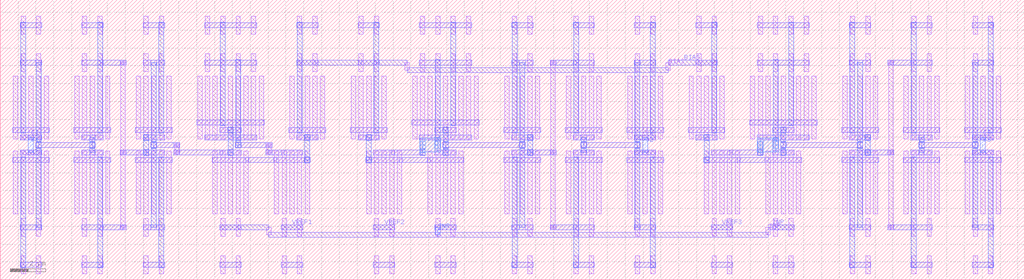
<source format=lef>
MACRO TWOBIT_FLASH_ADC
  ORIGIN 0 0 ;
  FOREIGN TWOBIT_FLASH_ADC 0 0 ;
  SIZE 57.35 BY 15.71 ;
  PIN BIAS
    DIRECTION INOUT ;
    USE SIGNAL ;
    PORT 
      LAYER M2 ;
        RECT 16.6 12.04 17.8 12.32 ;
      LAYER M2 ;
        RECT 20.04 12.04 21.24 12.32 ;
      LAYER M2 ;
        RECT 38.96 12.04 40.16 12.32 ;
      LAYER M2 ;
        RECT 17.63 12.04 20.21 12.32 ;
      LAYER M2 ;
        RECT 21.07 12.04 22.79 12.32 ;
      LAYER M1 ;
        RECT 22.665 11.76 22.915 12.18 ;
      LAYER M2 ;
        RECT 22.79 11.62 37.41 11.9 ;
      LAYER M1 ;
        RECT 37.285 11.76 37.535 12.18 ;
      LAYER M2 ;
        RECT 37.41 12.04 39.13 12.32 ;
    END
  END BIAS
  PIN VREF3
    DIRECTION INOUT ;
    USE SIGNAL ;
    PORT 
      LAYER M2 ;
        RECT 39.82 2.8 41.02 3.08 ;
    END
  END VREF3
  PIN INP
    DIRECTION INOUT ;
    USE SIGNAL ;
    PORT 
      LAYER M2 ;
        RECT 12.3 2.8 13.5 3.08 ;
      LAYER M2 ;
        RECT 24.34 2.8 25.54 3.08 ;
      LAYER M2 ;
        RECT 43.26 2.8 44.46 3.08 ;
      LAYER M2 ;
        RECT 13.33 2.8 15.05 3.08 ;
      LAYER M1 ;
        RECT 14.925 2.52 15.175 2.94 ;
      LAYER M2 ;
        RECT 15.05 2.38 24.51 2.66 ;
      LAYER M3 ;
        RECT 24.37 2.52 24.65 2.94 ;
      LAYER M2 ;
        RECT 24.35 2.8 24.67 3.08 ;
      LAYER M2 ;
        RECT 24.51 2.38 43 2.66 ;
      LAYER M1 ;
        RECT 42.875 2.52 43.125 2.94 ;
      LAYER M2 ;
        RECT 43 2.8 43.43 3.08 ;
    END
  END INP
  PIN C3
    DIRECTION INOUT ;
    USE SIGNAL ;
    PORT 
      LAYER M2 ;
        RECT 54.44 7 55.64 7.28 ;
      LAYER M2 ;
        RECT 54.44 7.84 55.64 8.12 ;
      LAYER M2 ;
        RECT 54.88 7 55.2 7.28 ;
      LAYER M3 ;
        RECT 54.9 7.14 55.18 7.98 ;
      LAYER M2 ;
        RECT 54.88 7.84 55.2 8.12 ;
    END
  END C3
  PIN VREF2
    DIRECTION INOUT ;
    USE SIGNAL ;
    PORT 
      LAYER M2 ;
        RECT 20.9 2.8 22.1 3.08 ;
    END
  END VREF2
  PIN C2
    DIRECTION INOUT ;
    USE SIGNAL ;
    PORT 
      LAYER M2 ;
        RECT 35.52 7 36.72 7.28 ;
      LAYER M2 ;
        RECT 35.52 7.84 36.72 8.12 ;
      LAYER M2 ;
        RECT 35.96 7 36.28 7.28 ;
      LAYER M3 ;
        RECT 35.98 7.14 36.26 7.98 ;
      LAYER M2 ;
        RECT 35.96 7.84 36.28 8.12 ;
    END
  END C2
  PIN VREF1
    DIRECTION INOUT ;
    USE SIGNAL ;
    PORT 
      LAYER M2 ;
        RECT 15.74 2.8 16.94 3.08 ;
    END
  END VREF1
  PIN C1
    DIRECTION INOUT ;
    USE SIGNAL ;
    PORT 
      LAYER M2 ;
        RECT 1.12 7 2.32 7.28 ;
      LAYER M2 ;
        RECT 1.12 7.84 2.32 8.12 ;
      LAYER M2 ;
        RECT 1.56 7 1.88 7.28 ;
      LAYER M3 ;
        RECT 1.58 7.14 1.86 7.98 ;
      LAYER M2 ;
        RECT 1.56 7.84 1.88 8.12 ;
    END
  END C1
  OBS 
  LAYER M2 ;
        RECT 43.26 7 44.46 7.28 ;
  LAYER M2 ;
        RECT 43.26 8.26 44.46 8.54 ;
  LAYER M2 ;
        RECT 47.56 2.8 48.76 3.08 ;
  LAYER M2 ;
        RECT 47.56 12.04 48.76 12.32 ;
  LAYER M2 ;
        RECT 48 2.8 48.32 3.08 ;
  LAYER M3 ;
        RECT 48.02 2.94 48.3 12.18 ;
  LAYER M2 ;
        RECT 48 12.04 48.32 12.32 ;
  LAYER M2 ;
        RECT 43.7 7 44.02 7.28 ;
  LAYER M3 ;
        RECT 43.72 7.14 44 8.4 ;
  LAYER M2 ;
        RECT 43.7 8.26 44.02 8.54 ;
  LAYER M3 ;
        RECT 43.72 7.375 44 7.745 ;
  LAYER M2 ;
        RECT 43.86 7.42 48.16 7.7 ;
  LAYER M3 ;
        RECT 48.02 7.375 48.3 7.745 ;
  LAYER M2 ;
        RECT 43.7 7 44.02 7.28 ;
  LAYER M3 ;
        RECT 43.72 6.98 44 7.3 ;
  LAYER M2 ;
        RECT 43.7 8.26 44.02 8.54 ;
  LAYER M3 ;
        RECT 43.72 8.24 44 8.56 ;
  LAYER M2 ;
        RECT 43.7 7 44.02 7.28 ;
  LAYER M3 ;
        RECT 43.72 6.98 44 7.3 ;
  LAYER M2 ;
        RECT 43.7 8.26 44.02 8.54 ;
  LAYER M3 ;
        RECT 43.72 8.24 44 8.56 ;
  LAYER M2 ;
        RECT 43.7 7 44.02 7.28 ;
  LAYER M3 ;
        RECT 43.72 6.98 44 7.3 ;
  LAYER M2 ;
        RECT 43.7 7.42 44.02 7.7 ;
  LAYER M3 ;
        RECT 43.72 7.4 44 7.72 ;
  LAYER M2 ;
        RECT 43.7 8.26 44.02 8.54 ;
  LAYER M3 ;
        RECT 43.72 8.24 44 8.56 ;
  LAYER M2 ;
        RECT 48 7.42 48.32 7.7 ;
  LAYER M3 ;
        RECT 48.02 7.4 48.3 7.72 ;
  LAYER M2 ;
        RECT 43.7 7 44.02 7.28 ;
  LAYER M3 ;
        RECT 43.72 6.98 44 7.3 ;
  LAYER M2 ;
        RECT 43.7 7.42 44.02 7.7 ;
  LAYER M3 ;
        RECT 43.72 7.4 44 7.72 ;
  LAYER M2 ;
        RECT 43.7 8.26 44.02 8.54 ;
  LAYER M3 ;
        RECT 43.72 8.24 44 8.56 ;
  LAYER M2 ;
        RECT 48 7.42 48.32 7.7 ;
  LAYER M3 ;
        RECT 48.02 7.4 48.3 7.72 ;
  LAYER M2 ;
        RECT 54.44 2.8 55.64 3.08 ;
  LAYER M2 ;
        RECT 54.44 12.04 55.64 12.32 ;
  LAYER M2 ;
        RECT 54.45 2.8 54.77 3.08 ;
  LAYER M3 ;
        RECT 54.47 2.94 54.75 12.18 ;
  LAYER M2 ;
        RECT 54.45 12.04 54.77 12.32 ;
  LAYER M2 ;
        RECT 51 7 52.2 7.28 ;
  LAYER M2 ;
        RECT 51 7.84 52.2 8.12 ;
  LAYER M2 ;
        RECT 51.44 7 51.76 7.28 ;
  LAYER M3 ;
        RECT 51.46 7.14 51.74 7.98 ;
  LAYER M2 ;
        RECT 51.44 7.84 51.76 8.12 ;
  LAYER M3 ;
        RECT 54.47 7.375 54.75 7.745 ;
  LAYER M2 ;
        RECT 51.6 7.42 54.61 7.7 ;
  LAYER M3 ;
        RECT 51.46 7.375 51.74 7.745 ;
  LAYER M2 ;
        RECT 51.44 7.42 51.76 7.7 ;
  LAYER M3 ;
        RECT 51.46 7.4 51.74 7.72 ;
  LAYER M2 ;
        RECT 54.45 7.42 54.77 7.7 ;
  LAYER M3 ;
        RECT 54.47 7.4 54.75 7.72 ;
  LAYER M2 ;
        RECT 51.44 7.42 51.76 7.7 ;
  LAYER M3 ;
        RECT 51.46 7.4 51.74 7.72 ;
  LAYER M2 ;
        RECT 54.45 7.42 54.77 7.7 ;
  LAYER M3 ;
        RECT 54.47 7.4 54.75 7.72 ;
  LAYER M2 ;
        RECT 39.82 7 41.02 7.28 ;
  LAYER M3 ;
        RECT 43.29 7.82 43.57 12.34 ;
  LAYER M2 ;
        RECT 40.85 7 42.57 7.28 ;
  LAYER M3 ;
        RECT 42.43 7.14 42.71 7.56 ;
  LAYER M4 ;
        RECT 42.57 7.16 43.43 7.96 ;
  LAYER M3 ;
        RECT 43.29 7.56 43.57 7.98 ;
  LAYER M2 ;
        RECT 42.41 7 42.73 7.28 ;
  LAYER M3 ;
        RECT 42.43 6.98 42.71 7.3 ;
  LAYER M3 ;
        RECT 42.43 7.375 42.71 7.745 ;
  LAYER M4 ;
        RECT 42.405 7.16 42.735 7.96 ;
  LAYER M3 ;
        RECT 43.29 7.375 43.57 7.745 ;
  LAYER M4 ;
        RECT 43.265 7.16 43.595 7.96 ;
  LAYER M2 ;
        RECT 42.41 7 42.73 7.28 ;
  LAYER M3 ;
        RECT 42.43 6.98 42.71 7.3 ;
  LAYER M3 ;
        RECT 42.43 7.375 42.71 7.745 ;
  LAYER M4 ;
        RECT 42.405 7.16 42.735 7.96 ;
  LAYER M3 ;
        RECT 43.29 7.375 43.57 7.745 ;
  LAYER M4 ;
        RECT 43.265 7.16 43.595 7.96 ;
  LAYER M2 ;
        RECT 39.39 6.58 41.45 6.86 ;
  LAYER M2 ;
        RECT 38.96 7.84 40.16 8.12 ;
  LAYER M2 ;
        RECT 42.83 6.58 44.89 6.86 ;
  LAYER M2 ;
        RECT 39.4 6.58 39.72 6.86 ;
  LAYER M3 ;
        RECT 39.42 6.72 39.7 7.98 ;
  LAYER M2 ;
        RECT 39.4 7.84 39.72 8.12 ;
  LAYER M2 ;
        RECT 41.28 6.58 43 6.86 ;
  LAYER M2 ;
        RECT 39.4 6.58 39.72 6.86 ;
  LAYER M3 ;
        RECT 39.42 6.56 39.7 6.88 ;
  LAYER M2 ;
        RECT 39.4 7.84 39.72 8.12 ;
  LAYER M3 ;
        RECT 39.42 7.82 39.7 8.14 ;
  LAYER M2 ;
        RECT 39.4 6.58 39.72 6.86 ;
  LAYER M3 ;
        RECT 39.42 6.56 39.7 6.88 ;
  LAYER M2 ;
        RECT 39.4 7.84 39.72 8.12 ;
  LAYER M3 ;
        RECT 39.42 7.82 39.7 8.14 ;
  LAYER M2 ;
        RECT 39.4 6.58 39.72 6.86 ;
  LAYER M3 ;
        RECT 39.42 6.56 39.7 6.88 ;
  LAYER M2 ;
        RECT 39.4 7.84 39.72 8.12 ;
  LAYER M3 ;
        RECT 39.42 7.82 39.7 8.14 ;
  LAYER M2 ;
        RECT 39.4 6.58 39.72 6.86 ;
  LAYER M3 ;
        RECT 39.42 6.56 39.7 6.88 ;
  LAYER M2 ;
        RECT 39.4 7.84 39.72 8.12 ;
  LAYER M3 ;
        RECT 39.42 7.82 39.7 8.14 ;
  LAYER M2 ;
        RECT 51 2.8 52.2 3.08 ;
  LAYER M2 ;
        RECT 47.56 7 48.76 7.28 ;
  LAYER M2 ;
        RECT 47.56 7.84 48.76 8.12 ;
  LAYER M2 ;
        RECT 51 12.04 52.2 12.32 ;
  LAYER M2 ;
        RECT 49.88 2.8 51.17 3.08 ;
  LAYER M1 ;
        RECT 49.755 2.94 50.005 7.14 ;
  LAYER M2 ;
        RECT 48.59 7 49.88 7.28 ;
  LAYER M2 ;
        RECT 48.43 7 48.75 7.28 ;
  LAYER M3 ;
        RECT 48.45 7.14 48.73 7.98 ;
  LAYER M2 ;
        RECT 48.43 7.84 48.75 8.12 ;
  LAYER M1 ;
        RECT 49.755 7.14 50.005 12.18 ;
  LAYER M2 ;
        RECT 49.88 12.04 51.17 12.32 ;
  LAYER M1 ;
        RECT 49.755 2.855 50.005 3.025 ;
  LAYER M2 ;
        RECT 49.71 2.8 50.05 3.08 ;
  LAYER M1 ;
        RECT 49.755 7.055 50.005 7.225 ;
  LAYER M2 ;
        RECT 49.71 7 50.05 7.28 ;
  LAYER M1 ;
        RECT 49.755 2.855 50.005 3.025 ;
  LAYER M2 ;
        RECT 49.71 2.8 50.05 3.08 ;
  LAYER M1 ;
        RECT 49.755 7.055 50.005 7.225 ;
  LAYER M2 ;
        RECT 49.71 7 50.05 7.28 ;
  LAYER M1 ;
        RECT 49.755 2.855 50.005 3.025 ;
  LAYER M2 ;
        RECT 49.71 2.8 50.05 3.08 ;
  LAYER M1 ;
        RECT 49.755 7.055 50.005 7.225 ;
  LAYER M2 ;
        RECT 49.71 7 50.05 7.28 ;
  LAYER M2 ;
        RECT 48.43 7 48.75 7.28 ;
  LAYER M3 ;
        RECT 48.45 6.98 48.73 7.3 ;
  LAYER M2 ;
        RECT 48.43 7.84 48.75 8.12 ;
  LAYER M3 ;
        RECT 48.45 7.82 48.73 8.14 ;
  LAYER M1 ;
        RECT 49.755 2.855 50.005 3.025 ;
  LAYER M2 ;
        RECT 49.71 2.8 50.05 3.08 ;
  LAYER M1 ;
        RECT 49.755 7.055 50.005 7.225 ;
  LAYER M2 ;
        RECT 49.71 7 50.05 7.28 ;
  LAYER M2 ;
        RECT 48.43 7 48.75 7.28 ;
  LAYER M3 ;
        RECT 48.45 6.98 48.73 7.3 ;
  LAYER M2 ;
        RECT 48.43 7.84 48.75 8.12 ;
  LAYER M3 ;
        RECT 48.45 7.82 48.73 8.14 ;
  LAYER M1 ;
        RECT 49.755 2.855 50.005 3.025 ;
  LAYER M2 ;
        RECT 49.71 2.8 50.05 3.08 ;
  LAYER M1 ;
        RECT 49.755 7.055 50.005 7.225 ;
  LAYER M2 ;
        RECT 49.71 7 50.05 7.28 ;
  LAYER M1 ;
        RECT 49.755 12.095 50.005 12.265 ;
  LAYER M2 ;
        RECT 49.71 12.04 50.05 12.32 ;
  LAYER M2 ;
        RECT 48.43 7 48.75 7.28 ;
  LAYER M3 ;
        RECT 48.45 6.98 48.73 7.3 ;
  LAYER M2 ;
        RECT 48.43 7.84 48.75 8.12 ;
  LAYER M3 ;
        RECT 48.45 7.82 48.73 8.14 ;
  LAYER M1 ;
        RECT 49.755 2.855 50.005 3.025 ;
  LAYER M2 ;
        RECT 49.71 2.8 50.05 3.08 ;
  LAYER M1 ;
        RECT 49.755 7.055 50.005 7.225 ;
  LAYER M2 ;
        RECT 49.71 7 50.05 7.28 ;
  LAYER M1 ;
        RECT 49.755 12.095 50.005 12.265 ;
  LAYER M2 ;
        RECT 49.71 12.04 50.05 12.32 ;
  LAYER M2 ;
        RECT 48.43 7 48.75 7.28 ;
  LAYER M3 ;
        RECT 48.45 6.98 48.73 7.3 ;
  LAYER M2 ;
        RECT 48.43 7.84 48.75 8.12 ;
  LAYER M3 ;
        RECT 48.45 7.82 48.73 8.14 ;
  LAYER M1 ;
        RECT 48.465 7.895 48.715 11.425 ;
  LAYER M1 ;
        RECT 48.465 11.675 48.715 12.685 ;
  LAYER M1 ;
        RECT 48.465 13.775 48.715 14.785 ;
  LAYER M1 ;
        RECT 48.895 7.895 49.145 11.425 ;
  LAYER M1 ;
        RECT 48.035 7.895 48.285 11.425 ;
  LAYER M1 ;
        RECT 47.605 7.895 47.855 11.425 ;
  LAYER M1 ;
        RECT 47.605 11.675 47.855 12.685 ;
  LAYER M1 ;
        RECT 47.605 13.775 47.855 14.785 ;
  LAYER M1 ;
        RECT 47.175 7.895 47.425 11.425 ;
  LAYER M2 ;
        RECT 47.56 14.14 48.76 14.42 ;
  LAYER M2 ;
        RECT 47.13 8.26 49.19 8.54 ;
  LAYER M2 ;
        RECT 47.56 7.84 48.76 8.12 ;
  LAYER M2 ;
        RECT 47.56 12.04 48.76 12.32 ;
  LAYER M3 ;
        RECT 47.59 8.24 47.87 14.44 ;
  LAYER M1 ;
        RECT 51.905 7.895 52.155 11.425 ;
  LAYER M1 ;
        RECT 51.905 11.675 52.155 12.685 ;
  LAYER M1 ;
        RECT 51.905 13.775 52.155 14.785 ;
  LAYER M1 ;
        RECT 52.335 7.895 52.585 11.425 ;
  LAYER M1 ;
        RECT 51.475 7.895 51.725 11.425 ;
  LAYER M1 ;
        RECT 51.045 7.895 51.295 11.425 ;
  LAYER M1 ;
        RECT 51.045 11.675 51.295 12.685 ;
  LAYER M1 ;
        RECT 51.045 13.775 51.295 14.785 ;
  LAYER M1 ;
        RECT 50.615 7.895 50.865 11.425 ;
  LAYER M2 ;
        RECT 51 14.14 52.2 14.42 ;
  LAYER M2 ;
        RECT 50.57 8.26 52.63 8.54 ;
  LAYER M2 ;
        RECT 51 7.84 52.2 8.12 ;
  LAYER M2 ;
        RECT 51 12.04 52.2 12.32 ;
  LAYER M3 ;
        RECT 51.03 8.24 51.31 14.44 ;
  LAYER M1 ;
        RECT 48.465 3.695 48.715 7.225 ;
  LAYER M1 ;
        RECT 48.465 2.435 48.715 3.445 ;
  LAYER M1 ;
        RECT 48.465 0.335 48.715 1.345 ;
  LAYER M1 ;
        RECT 48.895 3.695 49.145 7.225 ;
  LAYER M1 ;
        RECT 48.035 3.695 48.285 7.225 ;
  LAYER M1 ;
        RECT 47.605 3.695 47.855 7.225 ;
  LAYER M1 ;
        RECT 47.605 2.435 47.855 3.445 ;
  LAYER M1 ;
        RECT 47.605 0.335 47.855 1.345 ;
  LAYER M1 ;
        RECT 47.175 3.695 47.425 7.225 ;
  LAYER M2 ;
        RECT 47.56 0.7 48.76 0.98 ;
  LAYER M2 ;
        RECT 47.13 6.58 49.19 6.86 ;
  LAYER M2 ;
        RECT 47.56 7 48.76 7.28 ;
  LAYER M2 ;
        RECT 47.56 2.8 48.76 3.08 ;
  LAYER M3 ;
        RECT 47.59 0.68 47.87 6.88 ;
  LAYER M1 ;
        RECT 51.905 3.695 52.155 7.225 ;
  LAYER M1 ;
        RECT 51.905 2.435 52.155 3.445 ;
  LAYER M1 ;
        RECT 51.905 0.335 52.155 1.345 ;
  LAYER M1 ;
        RECT 52.335 3.695 52.585 7.225 ;
  LAYER M1 ;
        RECT 51.475 3.695 51.725 7.225 ;
  LAYER M1 ;
        RECT 51.045 3.695 51.295 7.225 ;
  LAYER M1 ;
        RECT 51.045 2.435 51.295 3.445 ;
  LAYER M1 ;
        RECT 51.045 0.335 51.295 1.345 ;
  LAYER M1 ;
        RECT 50.615 3.695 50.865 7.225 ;
  LAYER M2 ;
        RECT 51 0.7 52.2 0.98 ;
  LAYER M2 ;
        RECT 50.57 6.58 52.63 6.86 ;
  LAYER M2 ;
        RECT 51 7 52.2 7.28 ;
  LAYER M2 ;
        RECT 51 2.8 52.2 3.08 ;
  LAYER M3 ;
        RECT 51.03 0.68 51.31 6.88 ;
  LAYER M1 ;
        RECT 42.445 7.895 42.695 11.425 ;
  LAYER M1 ;
        RECT 42.445 11.675 42.695 12.685 ;
  LAYER M1 ;
        RECT 42.445 13.775 42.695 14.785 ;
  LAYER M1 ;
        RECT 42.015 7.895 42.265 11.425 ;
  LAYER M1 ;
        RECT 42.875 7.895 43.125 11.425 ;
  LAYER M1 ;
        RECT 43.305 7.895 43.555 11.425 ;
  LAYER M1 ;
        RECT 43.305 11.675 43.555 12.685 ;
  LAYER M1 ;
        RECT 43.305 13.775 43.555 14.785 ;
  LAYER M1 ;
        RECT 43.735 7.895 43.985 11.425 ;
  LAYER M1 ;
        RECT 44.165 7.895 44.415 11.425 ;
  LAYER M1 ;
        RECT 44.165 11.675 44.415 12.685 ;
  LAYER M1 ;
        RECT 44.165 13.775 44.415 14.785 ;
  LAYER M1 ;
        RECT 44.595 7.895 44.845 11.425 ;
  LAYER M1 ;
        RECT 45.025 7.895 45.275 11.425 ;
  LAYER M1 ;
        RECT 45.025 11.675 45.275 12.685 ;
  LAYER M1 ;
        RECT 45.025 13.775 45.275 14.785 ;
  LAYER M1 ;
        RECT 45.455 7.895 45.705 11.425 ;
  LAYER M2 ;
        RECT 42.4 12.04 45.32 12.32 ;
  LAYER M2 ;
        RECT 42.4 7.84 45.32 8.12 ;
  LAYER M2 ;
        RECT 42.4 14.14 45.32 14.42 ;
  LAYER M2 ;
        RECT 41.97 8.68 45.75 8.96 ;
  LAYER M3 ;
        RECT 43.29 7.82 43.57 12.34 ;
  LAYER M2 ;
        RECT 43.26 8.26 44.46 8.54 ;
  LAYER M3 ;
        RECT 44.15 8.66 44.43 14.44 ;
  LAYER M1 ;
        RECT 54.485 7.895 54.735 11.425 ;
  LAYER M1 ;
        RECT 54.485 11.675 54.735 12.685 ;
  LAYER M1 ;
        RECT 54.485 13.775 54.735 14.785 ;
  LAYER M1 ;
        RECT 54.055 7.895 54.305 11.425 ;
  LAYER M1 ;
        RECT 54.915 7.895 55.165 11.425 ;
  LAYER M1 ;
        RECT 55.345 7.895 55.595 11.425 ;
  LAYER M1 ;
        RECT 55.345 11.675 55.595 12.685 ;
  LAYER M1 ;
        RECT 55.345 13.775 55.595 14.785 ;
  LAYER M1 ;
        RECT 55.775 7.895 56.025 11.425 ;
  LAYER M2 ;
        RECT 54.44 14.14 55.64 14.42 ;
  LAYER M2 ;
        RECT 54.01 8.26 56.07 8.54 ;
  LAYER M2 ;
        RECT 54.44 7.84 55.64 8.12 ;
  LAYER M2 ;
        RECT 54.44 12.04 55.64 12.32 ;
  LAYER M3 ;
        RECT 55.33 8.24 55.61 14.44 ;
  LAYER M1 ;
        RECT 54.485 3.695 54.735 7.225 ;
  LAYER M1 ;
        RECT 54.485 2.435 54.735 3.445 ;
  LAYER M1 ;
        RECT 54.485 0.335 54.735 1.345 ;
  LAYER M1 ;
        RECT 54.055 3.695 54.305 7.225 ;
  LAYER M1 ;
        RECT 54.915 3.695 55.165 7.225 ;
  LAYER M1 ;
        RECT 55.345 3.695 55.595 7.225 ;
  LAYER M1 ;
        RECT 55.345 2.435 55.595 3.445 ;
  LAYER M1 ;
        RECT 55.345 0.335 55.595 1.345 ;
  LAYER M1 ;
        RECT 55.775 3.695 56.025 7.225 ;
  LAYER M2 ;
        RECT 54.44 0.7 55.64 0.98 ;
  LAYER M2 ;
        RECT 54.01 6.58 56.07 6.86 ;
  LAYER M2 ;
        RECT 54.44 7 55.64 7.28 ;
  LAYER M2 ;
        RECT 54.44 2.8 55.64 3.08 ;
  LAYER M3 ;
        RECT 55.33 0.68 55.61 6.88 ;
  LAYER M1 ;
        RECT 39.005 7.895 39.255 11.425 ;
  LAYER M1 ;
        RECT 39.005 11.675 39.255 12.685 ;
  LAYER M1 ;
        RECT 39.005 13.775 39.255 14.785 ;
  LAYER M1 ;
        RECT 38.575 7.895 38.825 11.425 ;
  LAYER M1 ;
        RECT 39.435 7.895 39.685 11.425 ;
  LAYER M1 ;
        RECT 39.865 7.895 40.115 11.425 ;
  LAYER M1 ;
        RECT 39.865 11.675 40.115 12.685 ;
  LAYER M1 ;
        RECT 39.865 13.775 40.115 14.785 ;
  LAYER M1 ;
        RECT 40.295 7.895 40.545 11.425 ;
  LAYER M2 ;
        RECT 38.96 14.14 40.16 14.42 ;
  LAYER M2 ;
        RECT 38.53 8.26 40.59 8.54 ;
  LAYER M2 ;
        RECT 38.96 7.84 40.16 8.12 ;
  LAYER M2 ;
        RECT 38.96 12.04 40.16 12.32 ;
  LAYER M3 ;
        RECT 39.85 8.24 40.13 14.44 ;
  LAYER M1 ;
        RECT 39.865 3.695 40.115 7.225 ;
  LAYER M1 ;
        RECT 39.865 2.435 40.115 3.445 ;
  LAYER M1 ;
        RECT 39.865 0.335 40.115 1.345 ;
  LAYER M1 ;
        RECT 39.435 3.695 39.685 7.225 ;
  LAYER M1 ;
        RECT 40.295 3.695 40.545 7.225 ;
  LAYER M1 ;
        RECT 40.725 3.695 40.975 7.225 ;
  LAYER M1 ;
        RECT 40.725 2.435 40.975 3.445 ;
  LAYER M1 ;
        RECT 40.725 0.335 40.975 1.345 ;
  LAYER M1 ;
        RECT 41.155 3.695 41.405 7.225 ;
  LAYER M2 ;
        RECT 39.82 0.7 41.02 0.98 ;
  LAYER M2 ;
        RECT 39.82 7 41.02 7.28 ;
  LAYER M2 ;
        RECT 39.82 2.8 41.02 3.08 ;
  LAYER M2 ;
        RECT 39.39 6.58 41.45 6.86 ;
  LAYER M1 ;
        RECT 43.305 3.695 43.555 7.225 ;
  LAYER M1 ;
        RECT 43.305 2.435 43.555 3.445 ;
  LAYER M1 ;
        RECT 43.305 0.335 43.555 1.345 ;
  LAYER M1 ;
        RECT 42.875 3.695 43.125 7.225 ;
  LAYER M1 ;
        RECT 43.735 3.695 43.985 7.225 ;
  LAYER M1 ;
        RECT 44.165 3.695 44.415 7.225 ;
  LAYER M1 ;
        RECT 44.165 2.435 44.415 3.445 ;
  LAYER M1 ;
        RECT 44.165 0.335 44.415 1.345 ;
  LAYER M1 ;
        RECT 44.595 3.695 44.845 7.225 ;
  LAYER M2 ;
        RECT 43.26 0.7 44.46 0.98 ;
  LAYER M2 ;
        RECT 43.26 7 44.46 7.28 ;
  LAYER M2 ;
        RECT 43.26 2.8 44.46 3.08 ;
  LAYER M2 ;
        RECT 42.83 6.58 44.89 6.86 ;
  LAYER M2 ;
        RECT 24.34 7 25.54 7.28 ;
  LAYER M2 ;
        RECT 24.34 8.26 25.54 8.54 ;
  LAYER M2 ;
        RECT 28.64 2.8 29.84 3.08 ;
  LAYER M2 ;
        RECT 28.64 12.04 29.84 12.32 ;
  LAYER M2 ;
        RECT 29.08 2.8 29.4 3.08 ;
  LAYER M3 ;
        RECT 29.1 2.94 29.38 12.18 ;
  LAYER M2 ;
        RECT 29.08 12.04 29.4 12.32 ;
  LAYER M2 ;
        RECT 24.78 7 25.1 7.28 ;
  LAYER M3 ;
        RECT 24.8 7.14 25.08 8.4 ;
  LAYER M2 ;
        RECT 24.78 8.26 25.1 8.54 ;
  LAYER M3 ;
        RECT 24.8 7.375 25.08 7.745 ;
  LAYER M2 ;
        RECT 24.94 7.42 29.24 7.7 ;
  LAYER M3 ;
        RECT 29.1 7.375 29.38 7.745 ;
  LAYER M2 ;
        RECT 24.78 7 25.1 7.28 ;
  LAYER M3 ;
        RECT 24.8 6.98 25.08 7.3 ;
  LAYER M2 ;
        RECT 24.78 8.26 25.1 8.54 ;
  LAYER M3 ;
        RECT 24.8 8.24 25.08 8.56 ;
  LAYER M2 ;
        RECT 24.78 7 25.1 7.28 ;
  LAYER M3 ;
        RECT 24.8 6.98 25.08 7.3 ;
  LAYER M2 ;
        RECT 24.78 8.26 25.1 8.54 ;
  LAYER M3 ;
        RECT 24.8 8.24 25.08 8.56 ;
  LAYER M2 ;
        RECT 24.78 7 25.1 7.28 ;
  LAYER M3 ;
        RECT 24.8 6.98 25.08 7.3 ;
  LAYER M2 ;
        RECT 24.78 7.42 25.1 7.7 ;
  LAYER M3 ;
        RECT 24.8 7.4 25.08 7.72 ;
  LAYER M2 ;
        RECT 24.78 8.26 25.1 8.54 ;
  LAYER M3 ;
        RECT 24.8 8.24 25.08 8.56 ;
  LAYER M2 ;
        RECT 29.08 7.42 29.4 7.7 ;
  LAYER M3 ;
        RECT 29.1 7.4 29.38 7.72 ;
  LAYER M2 ;
        RECT 24.78 7 25.1 7.28 ;
  LAYER M3 ;
        RECT 24.8 6.98 25.08 7.3 ;
  LAYER M2 ;
        RECT 24.78 7.42 25.1 7.7 ;
  LAYER M3 ;
        RECT 24.8 7.4 25.08 7.72 ;
  LAYER M2 ;
        RECT 24.78 8.26 25.1 8.54 ;
  LAYER M3 ;
        RECT 24.8 8.24 25.08 8.56 ;
  LAYER M2 ;
        RECT 29.08 7.42 29.4 7.7 ;
  LAYER M3 ;
        RECT 29.1 7.4 29.38 7.72 ;
  LAYER M2 ;
        RECT 35.52 2.8 36.72 3.08 ;
  LAYER M2 ;
        RECT 35.52 12.04 36.72 12.32 ;
  LAYER M2 ;
        RECT 35.53 2.8 35.85 3.08 ;
  LAYER M3 ;
        RECT 35.55 2.94 35.83 12.18 ;
  LAYER M2 ;
        RECT 35.53 12.04 35.85 12.32 ;
  LAYER M2 ;
        RECT 32.08 7 33.28 7.28 ;
  LAYER M2 ;
        RECT 32.08 7.84 33.28 8.12 ;
  LAYER M2 ;
        RECT 32.52 7 32.84 7.28 ;
  LAYER M3 ;
        RECT 32.54 7.14 32.82 7.98 ;
  LAYER M2 ;
        RECT 32.52 7.84 32.84 8.12 ;
  LAYER M3 ;
        RECT 35.55 7.375 35.83 7.745 ;
  LAYER M2 ;
        RECT 32.68 7.42 35.69 7.7 ;
  LAYER M3 ;
        RECT 32.54 7.375 32.82 7.745 ;
  LAYER M2 ;
        RECT 32.52 7.42 32.84 7.7 ;
  LAYER M3 ;
        RECT 32.54 7.4 32.82 7.72 ;
  LAYER M2 ;
        RECT 35.53 7.42 35.85 7.7 ;
  LAYER M3 ;
        RECT 35.55 7.4 35.83 7.72 ;
  LAYER M2 ;
        RECT 32.52 7.42 32.84 7.7 ;
  LAYER M3 ;
        RECT 32.54 7.4 32.82 7.72 ;
  LAYER M2 ;
        RECT 35.53 7.42 35.85 7.7 ;
  LAYER M3 ;
        RECT 35.55 7.4 35.83 7.72 ;
  LAYER M2 ;
        RECT 20.9 7 22.1 7.28 ;
  LAYER M3 ;
        RECT 24.37 7.82 24.65 12.34 ;
  LAYER M2 ;
        RECT 21.93 7 23.65 7.28 ;
  LAYER M3 ;
        RECT 23.51 7.14 23.79 7.56 ;
  LAYER M4 ;
        RECT 23.65 7.16 24.51 7.96 ;
  LAYER M3 ;
        RECT 24.37 7.56 24.65 7.98 ;
  LAYER M2 ;
        RECT 23.49 7 23.81 7.28 ;
  LAYER M3 ;
        RECT 23.51 6.98 23.79 7.3 ;
  LAYER M3 ;
        RECT 23.51 7.375 23.79 7.745 ;
  LAYER M4 ;
        RECT 23.485 7.16 23.815 7.96 ;
  LAYER M3 ;
        RECT 24.37 7.375 24.65 7.745 ;
  LAYER M4 ;
        RECT 24.345 7.16 24.675 7.96 ;
  LAYER M2 ;
        RECT 23.49 7 23.81 7.28 ;
  LAYER M3 ;
        RECT 23.51 6.98 23.79 7.3 ;
  LAYER M3 ;
        RECT 23.51 7.375 23.79 7.745 ;
  LAYER M4 ;
        RECT 23.485 7.16 23.815 7.96 ;
  LAYER M3 ;
        RECT 24.37 7.375 24.65 7.745 ;
  LAYER M4 ;
        RECT 24.345 7.16 24.675 7.96 ;
  LAYER M2 ;
        RECT 20.47 6.58 22.53 6.86 ;
  LAYER M2 ;
        RECT 20.04 7.84 21.24 8.12 ;
  LAYER M2 ;
        RECT 23.91 6.58 25.97 6.86 ;
  LAYER M2 ;
        RECT 20.48 6.58 20.8 6.86 ;
  LAYER M3 ;
        RECT 20.5 6.72 20.78 7.98 ;
  LAYER M2 ;
        RECT 20.48 7.84 20.8 8.12 ;
  LAYER M2 ;
        RECT 22.36 6.58 24.08 6.86 ;
  LAYER M2 ;
        RECT 20.48 6.58 20.8 6.86 ;
  LAYER M3 ;
        RECT 20.5 6.56 20.78 6.88 ;
  LAYER M2 ;
        RECT 20.48 7.84 20.8 8.12 ;
  LAYER M3 ;
        RECT 20.5 7.82 20.78 8.14 ;
  LAYER M2 ;
        RECT 20.48 6.58 20.8 6.86 ;
  LAYER M3 ;
        RECT 20.5 6.56 20.78 6.88 ;
  LAYER M2 ;
        RECT 20.48 7.84 20.8 8.12 ;
  LAYER M3 ;
        RECT 20.5 7.82 20.78 8.14 ;
  LAYER M2 ;
        RECT 20.48 6.58 20.8 6.86 ;
  LAYER M3 ;
        RECT 20.5 6.56 20.78 6.88 ;
  LAYER M2 ;
        RECT 20.48 7.84 20.8 8.12 ;
  LAYER M3 ;
        RECT 20.5 7.82 20.78 8.14 ;
  LAYER M2 ;
        RECT 20.48 6.58 20.8 6.86 ;
  LAYER M3 ;
        RECT 20.5 6.56 20.78 6.88 ;
  LAYER M2 ;
        RECT 20.48 7.84 20.8 8.12 ;
  LAYER M3 ;
        RECT 20.5 7.82 20.78 8.14 ;
  LAYER M2 ;
        RECT 32.08 2.8 33.28 3.08 ;
  LAYER M2 ;
        RECT 28.64 7 29.84 7.28 ;
  LAYER M2 ;
        RECT 28.64 7.84 29.84 8.12 ;
  LAYER M2 ;
        RECT 32.08 12.04 33.28 12.32 ;
  LAYER M2 ;
        RECT 30.96 2.8 32.25 3.08 ;
  LAYER M1 ;
        RECT 30.835 2.94 31.085 7.14 ;
  LAYER M2 ;
        RECT 29.67 7 30.96 7.28 ;
  LAYER M2 ;
        RECT 29.51 7 29.83 7.28 ;
  LAYER M3 ;
        RECT 29.53 7.14 29.81 7.98 ;
  LAYER M2 ;
        RECT 29.51 7.84 29.83 8.12 ;
  LAYER M1 ;
        RECT 30.835 7.14 31.085 12.18 ;
  LAYER M2 ;
        RECT 30.96 12.04 32.25 12.32 ;
  LAYER M1 ;
        RECT 30.835 2.855 31.085 3.025 ;
  LAYER M2 ;
        RECT 30.79 2.8 31.13 3.08 ;
  LAYER M1 ;
        RECT 30.835 7.055 31.085 7.225 ;
  LAYER M2 ;
        RECT 30.79 7 31.13 7.28 ;
  LAYER M1 ;
        RECT 30.835 2.855 31.085 3.025 ;
  LAYER M2 ;
        RECT 30.79 2.8 31.13 3.08 ;
  LAYER M1 ;
        RECT 30.835 7.055 31.085 7.225 ;
  LAYER M2 ;
        RECT 30.79 7 31.13 7.28 ;
  LAYER M1 ;
        RECT 30.835 2.855 31.085 3.025 ;
  LAYER M2 ;
        RECT 30.79 2.8 31.13 3.08 ;
  LAYER M1 ;
        RECT 30.835 7.055 31.085 7.225 ;
  LAYER M2 ;
        RECT 30.79 7 31.13 7.28 ;
  LAYER M2 ;
        RECT 29.51 7 29.83 7.28 ;
  LAYER M3 ;
        RECT 29.53 6.98 29.81 7.3 ;
  LAYER M2 ;
        RECT 29.51 7.84 29.83 8.12 ;
  LAYER M3 ;
        RECT 29.53 7.82 29.81 8.14 ;
  LAYER M1 ;
        RECT 30.835 2.855 31.085 3.025 ;
  LAYER M2 ;
        RECT 30.79 2.8 31.13 3.08 ;
  LAYER M1 ;
        RECT 30.835 7.055 31.085 7.225 ;
  LAYER M2 ;
        RECT 30.79 7 31.13 7.28 ;
  LAYER M2 ;
        RECT 29.51 7 29.83 7.28 ;
  LAYER M3 ;
        RECT 29.53 6.98 29.81 7.3 ;
  LAYER M2 ;
        RECT 29.51 7.84 29.83 8.12 ;
  LAYER M3 ;
        RECT 29.53 7.82 29.81 8.14 ;
  LAYER M1 ;
        RECT 30.835 2.855 31.085 3.025 ;
  LAYER M2 ;
        RECT 30.79 2.8 31.13 3.08 ;
  LAYER M1 ;
        RECT 30.835 7.055 31.085 7.225 ;
  LAYER M2 ;
        RECT 30.79 7 31.13 7.28 ;
  LAYER M1 ;
        RECT 30.835 12.095 31.085 12.265 ;
  LAYER M2 ;
        RECT 30.79 12.04 31.13 12.32 ;
  LAYER M2 ;
        RECT 29.51 7 29.83 7.28 ;
  LAYER M3 ;
        RECT 29.53 6.98 29.81 7.3 ;
  LAYER M2 ;
        RECT 29.51 7.84 29.83 8.12 ;
  LAYER M3 ;
        RECT 29.53 7.82 29.81 8.14 ;
  LAYER M1 ;
        RECT 30.835 2.855 31.085 3.025 ;
  LAYER M2 ;
        RECT 30.79 2.8 31.13 3.08 ;
  LAYER M1 ;
        RECT 30.835 7.055 31.085 7.225 ;
  LAYER M2 ;
        RECT 30.79 7 31.13 7.28 ;
  LAYER M1 ;
        RECT 30.835 12.095 31.085 12.265 ;
  LAYER M2 ;
        RECT 30.79 12.04 31.13 12.32 ;
  LAYER M2 ;
        RECT 29.51 7 29.83 7.28 ;
  LAYER M3 ;
        RECT 29.53 6.98 29.81 7.3 ;
  LAYER M2 ;
        RECT 29.51 7.84 29.83 8.12 ;
  LAYER M3 ;
        RECT 29.53 7.82 29.81 8.14 ;
  LAYER M1 ;
        RECT 29.545 7.895 29.795 11.425 ;
  LAYER M1 ;
        RECT 29.545 11.675 29.795 12.685 ;
  LAYER M1 ;
        RECT 29.545 13.775 29.795 14.785 ;
  LAYER M1 ;
        RECT 29.975 7.895 30.225 11.425 ;
  LAYER M1 ;
        RECT 29.115 7.895 29.365 11.425 ;
  LAYER M1 ;
        RECT 28.685 7.895 28.935 11.425 ;
  LAYER M1 ;
        RECT 28.685 11.675 28.935 12.685 ;
  LAYER M1 ;
        RECT 28.685 13.775 28.935 14.785 ;
  LAYER M1 ;
        RECT 28.255 7.895 28.505 11.425 ;
  LAYER M2 ;
        RECT 28.64 14.14 29.84 14.42 ;
  LAYER M2 ;
        RECT 28.21 8.26 30.27 8.54 ;
  LAYER M2 ;
        RECT 28.64 7.84 29.84 8.12 ;
  LAYER M2 ;
        RECT 28.64 12.04 29.84 12.32 ;
  LAYER M3 ;
        RECT 28.67 8.24 28.95 14.44 ;
  LAYER M1 ;
        RECT 32.985 7.895 33.235 11.425 ;
  LAYER M1 ;
        RECT 32.985 11.675 33.235 12.685 ;
  LAYER M1 ;
        RECT 32.985 13.775 33.235 14.785 ;
  LAYER M1 ;
        RECT 33.415 7.895 33.665 11.425 ;
  LAYER M1 ;
        RECT 32.555 7.895 32.805 11.425 ;
  LAYER M1 ;
        RECT 32.125 7.895 32.375 11.425 ;
  LAYER M1 ;
        RECT 32.125 11.675 32.375 12.685 ;
  LAYER M1 ;
        RECT 32.125 13.775 32.375 14.785 ;
  LAYER M1 ;
        RECT 31.695 7.895 31.945 11.425 ;
  LAYER M2 ;
        RECT 32.08 14.14 33.28 14.42 ;
  LAYER M2 ;
        RECT 31.65 8.26 33.71 8.54 ;
  LAYER M2 ;
        RECT 32.08 7.84 33.28 8.12 ;
  LAYER M2 ;
        RECT 32.08 12.04 33.28 12.32 ;
  LAYER M3 ;
        RECT 32.11 8.24 32.39 14.44 ;
  LAYER M1 ;
        RECT 29.545 3.695 29.795 7.225 ;
  LAYER M1 ;
        RECT 29.545 2.435 29.795 3.445 ;
  LAYER M1 ;
        RECT 29.545 0.335 29.795 1.345 ;
  LAYER M1 ;
        RECT 29.975 3.695 30.225 7.225 ;
  LAYER M1 ;
        RECT 29.115 3.695 29.365 7.225 ;
  LAYER M1 ;
        RECT 28.685 3.695 28.935 7.225 ;
  LAYER M1 ;
        RECT 28.685 2.435 28.935 3.445 ;
  LAYER M1 ;
        RECT 28.685 0.335 28.935 1.345 ;
  LAYER M1 ;
        RECT 28.255 3.695 28.505 7.225 ;
  LAYER M2 ;
        RECT 28.64 0.7 29.84 0.98 ;
  LAYER M2 ;
        RECT 28.21 6.58 30.27 6.86 ;
  LAYER M2 ;
        RECT 28.64 7 29.84 7.28 ;
  LAYER M2 ;
        RECT 28.64 2.8 29.84 3.08 ;
  LAYER M3 ;
        RECT 28.67 0.68 28.95 6.88 ;
  LAYER M1 ;
        RECT 32.985 3.695 33.235 7.225 ;
  LAYER M1 ;
        RECT 32.985 2.435 33.235 3.445 ;
  LAYER M1 ;
        RECT 32.985 0.335 33.235 1.345 ;
  LAYER M1 ;
        RECT 33.415 3.695 33.665 7.225 ;
  LAYER M1 ;
        RECT 32.555 3.695 32.805 7.225 ;
  LAYER M1 ;
        RECT 32.125 3.695 32.375 7.225 ;
  LAYER M1 ;
        RECT 32.125 2.435 32.375 3.445 ;
  LAYER M1 ;
        RECT 32.125 0.335 32.375 1.345 ;
  LAYER M1 ;
        RECT 31.695 3.695 31.945 7.225 ;
  LAYER M2 ;
        RECT 32.08 0.7 33.28 0.98 ;
  LAYER M2 ;
        RECT 31.65 6.58 33.71 6.86 ;
  LAYER M2 ;
        RECT 32.08 7 33.28 7.28 ;
  LAYER M2 ;
        RECT 32.08 2.8 33.28 3.08 ;
  LAYER M3 ;
        RECT 32.11 0.68 32.39 6.88 ;
  LAYER M1 ;
        RECT 23.525 7.895 23.775 11.425 ;
  LAYER M1 ;
        RECT 23.525 11.675 23.775 12.685 ;
  LAYER M1 ;
        RECT 23.525 13.775 23.775 14.785 ;
  LAYER M1 ;
        RECT 23.095 7.895 23.345 11.425 ;
  LAYER M1 ;
        RECT 23.955 7.895 24.205 11.425 ;
  LAYER M1 ;
        RECT 24.385 7.895 24.635 11.425 ;
  LAYER M1 ;
        RECT 24.385 11.675 24.635 12.685 ;
  LAYER M1 ;
        RECT 24.385 13.775 24.635 14.785 ;
  LAYER M1 ;
        RECT 24.815 7.895 25.065 11.425 ;
  LAYER M1 ;
        RECT 25.245 7.895 25.495 11.425 ;
  LAYER M1 ;
        RECT 25.245 11.675 25.495 12.685 ;
  LAYER M1 ;
        RECT 25.245 13.775 25.495 14.785 ;
  LAYER M1 ;
        RECT 25.675 7.895 25.925 11.425 ;
  LAYER M1 ;
        RECT 26.105 7.895 26.355 11.425 ;
  LAYER M1 ;
        RECT 26.105 11.675 26.355 12.685 ;
  LAYER M1 ;
        RECT 26.105 13.775 26.355 14.785 ;
  LAYER M1 ;
        RECT 26.535 7.895 26.785 11.425 ;
  LAYER M2 ;
        RECT 23.48 12.04 26.4 12.32 ;
  LAYER M2 ;
        RECT 23.48 7.84 26.4 8.12 ;
  LAYER M2 ;
        RECT 23.48 14.14 26.4 14.42 ;
  LAYER M2 ;
        RECT 23.05 8.68 26.83 8.96 ;
  LAYER M3 ;
        RECT 24.37 7.82 24.65 12.34 ;
  LAYER M2 ;
        RECT 24.34 8.26 25.54 8.54 ;
  LAYER M3 ;
        RECT 25.23 8.66 25.51 14.44 ;
  LAYER M1 ;
        RECT 35.565 7.895 35.815 11.425 ;
  LAYER M1 ;
        RECT 35.565 11.675 35.815 12.685 ;
  LAYER M1 ;
        RECT 35.565 13.775 35.815 14.785 ;
  LAYER M1 ;
        RECT 35.135 7.895 35.385 11.425 ;
  LAYER M1 ;
        RECT 35.995 7.895 36.245 11.425 ;
  LAYER M1 ;
        RECT 36.425 7.895 36.675 11.425 ;
  LAYER M1 ;
        RECT 36.425 11.675 36.675 12.685 ;
  LAYER M1 ;
        RECT 36.425 13.775 36.675 14.785 ;
  LAYER M1 ;
        RECT 36.855 7.895 37.105 11.425 ;
  LAYER M2 ;
        RECT 35.52 14.14 36.72 14.42 ;
  LAYER M2 ;
        RECT 35.09 8.26 37.15 8.54 ;
  LAYER M2 ;
        RECT 35.52 7.84 36.72 8.12 ;
  LAYER M2 ;
        RECT 35.52 12.04 36.72 12.32 ;
  LAYER M3 ;
        RECT 36.41 8.24 36.69 14.44 ;
  LAYER M1 ;
        RECT 35.565 3.695 35.815 7.225 ;
  LAYER M1 ;
        RECT 35.565 2.435 35.815 3.445 ;
  LAYER M1 ;
        RECT 35.565 0.335 35.815 1.345 ;
  LAYER M1 ;
        RECT 35.135 3.695 35.385 7.225 ;
  LAYER M1 ;
        RECT 35.995 3.695 36.245 7.225 ;
  LAYER M1 ;
        RECT 36.425 3.695 36.675 7.225 ;
  LAYER M1 ;
        RECT 36.425 2.435 36.675 3.445 ;
  LAYER M1 ;
        RECT 36.425 0.335 36.675 1.345 ;
  LAYER M1 ;
        RECT 36.855 3.695 37.105 7.225 ;
  LAYER M2 ;
        RECT 35.52 0.7 36.72 0.98 ;
  LAYER M2 ;
        RECT 35.09 6.58 37.15 6.86 ;
  LAYER M2 ;
        RECT 35.52 7 36.72 7.28 ;
  LAYER M2 ;
        RECT 35.52 2.8 36.72 3.08 ;
  LAYER M3 ;
        RECT 36.41 0.68 36.69 6.88 ;
  LAYER M1 ;
        RECT 20.085 7.895 20.335 11.425 ;
  LAYER M1 ;
        RECT 20.085 11.675 20.335 12.685 ;
  LAYER M1 ;
        RECT 20.085 13.775 20.335 14.785 ;
  LAYER M1 ;
        RECT 19.655 7.895 19.905 11.425 ;
  LAYER M1 ;
        RECT 20.515 7.895 20.765 11.425 ;
  LAYER M1 ;
        RECT 20.945 7.895 21.195 11.425 ;
  LAYER M1 ;
        RECT 20.945 11.675 21.195 12.685 ;
  LAYER M1 ;
        RECT 20.945 13.775 21.195 14.785 ;
  LAYER M1 ;
        RECT 21.375 7.895 21.625 11.425 ;
  LAYER M2 ;
        RECT 20.04 14.14 21.24 14.42 ;
  LAYER M2 ;
        RECT 19.61 8.26 21.67 8.54 ;
  LAYER M2 ;
        RECT 20.04 7.84 21.24 8.12 ;
  LAYER M2 ;
        RECT 20.04 12.04 21.24 12.32 ;
  LAYER M3 ;
        RECT 20.93 8.24 21.21 14.44 ;
  LAYER M1 ;
        RECT 20.945 3.695 21.195 7.225 ;
  LAYER M1 ;
        RECT 20.945 2.435 21.195 3.445 ;
  LAYER M1 ;
        RECT 20.945 0.335 21.195 1.345 ;
  LAYER M1 ;
        RECT 20.515 3.695 20.765 7.225 ;
  LAYER M1 ;
        RECT 21.375 3.695 21.625 7.225 ;
  LAYER M1 ;
        RECT 21.805 3.695 22.055 7.225 ;
  LAYER M1 ;
        RECT 21.805 2.435 22.055 3.445 ;
  LAYER M1 ;
        RECT 21.805 0.335 22.055 1.345 ;
  LAYER M1 ;
        RECT 22.235 3.695 22.485 7.225 ;
  LAYER M2 ;
        RECT 20.9 0.7 22.1 0.98 ;
  LAYER M2 ;
        RECT 20.9 7 22.1 7.28 ;
  LAYER M2 ;
        RECT 20.9 2.8 22.1 3.08 ;
  LAYER M2 ;
        RECT 20.47 6.58 22.53 6.86 ;
  LAYER M1 ;
        RECT 24.385 3.695 24.635 7.225 ;
  LAYER M1 ;
        RECT 24.385 2.435 24.635 3.445 ;
  LAYER M1 ;
        RECT 24.385 0.335 24.635 1.345 ;
  LAYER M1 ;
        RECT 23.955 3.695 24.205 7.225 ;
  LAYER M1 ;
        RECT 24.815 3.695 25.065 7.225 ;
  LAYER M1 ;
        RECT 25.245 3.695 25.495 7.225 ;
  LAYER M1 ;
        RECT 25.245 2.435 25.495 3.445 ;
  LAYER M1 ;
        RECT 25.245 0.335 25.495 1.345 ;
  LAYER M1 ;
        RECT 25.675 3.695 25.925 7.225 ;
  LAYER M2 ;
        RECT 24.34 0.7 25.54 0.98 ;
  LAYER M2 ;
        RECT 24.34 7 25.54 7.28 ;
  LAYER M2 ;
        RECT 24.34 2.8 25.54 3.08 ;
  LAYER M2 ;
        RECT 23.91 6.58 25.97 6.86 ;
  LAYER M2 ;
        RECT 8 2.8 9.2 3.08 ;
  LAYER M2 ;
        RECT 8 12.04 9.2 12.32 ;
  LAYER M2 ;
        RECT 8.44 2.8 8.76 3.08 ;
  LAYER M3 ;
        RECT 8.46 2.94 8.74 12.18 ;
  LAYER M2 ;
        RECT 8.44 12.04 8.76 12.32 ;
  LAYER M2 ;
        RECT 12.3 7 13.5 7.28 ;
  LAYER M2 ;
        RECT 12.3 8.26 13.5 8.54 ;
  LAYER M3 ;
        RECT 8.46 7.375 8.74 7.745 ;
  LAYER M2 ;
        RECT 8.6 7.42 9.89 7.7 ;
  LAYER M1 ;
        RECT 9.765 7.14 10.015 7.56 ;
  LAYER M2 ;
        RECT 9.89 7 12.47 7.28 ;
  LAYER M2 ;
        RECT 12.74 7 13.06 7.28 ;
  LAYER M3 ;
        RECT 12.76 7.14 13.04 8.4 ;
  LAYER M2 ;
        RECT 12.74 8.26 13.06 8.54 ;
  LAYER M1 ;
        RECT 9.765 7.055 10.015 7.225 ;
  LAYER M2 ;
        RECT 9.72 7 10.06 7.28 ;
  LAYER M1 ;
        RECT 9.765 7.475 10.015 7.645 ;
  LAYER M2 ;
        RECT 9.72 7.42 10.06 7.7 ;
  LAYER M2 ;
        RECT 8.44 7.42 8.76 7.7 ;
  LAYER M3 ;
        RECT 8.46 7.4 8.74 7.72 ;
  LAYER M1 ;
        RECT 9.765 7.055 10.015 7.225 ;
  LAYER M2 ;
        RECT 9.72 7 10.06 7.28 ;
  LAYER M1 ;
        RECT 9.765 7.475 10.015 7.645 ;
  LAYER M2 ;
        RECT 9.72 7.42 10.06 7.7 ;
  LAYER M2 ;
        RECT 8.44 7.42 8.76 7.7 ;
  LAYER M3 ;
        RECT 8.46 7.4 8.74 7.72 ;
  LAYER M1 ;
        RECT 9.765 7.055 10.015 7.225 ;
  LAYER M2 ;
        RECT 9.72 7 10.06 7.28 ;
  LAYER M1 ;
        RECT 9.765 7.475 10.015 7.645 ;
  LAYER M2 ;
        RECT 9.72 7.42 10.06 7.7 ;
  LAYER M2 ;
        RECT 8.44 7.42 8.76 7.7 ;
  LAYER M3 ;
        RECT 8.46 7.4 8.74 7.72 ;
  LAYER M2 ;
        RECT 12.74 7 13.06 7.28 ;
  LAYER M3 ;
        RECT 12.76 6.98 13.04 7.3 ;
  LAYER M2 ;
        RECT 12.74 8.26 13.06 8.54 ;
  LAYER M3 ;
        RECT 12.76 8.24 13.04 8.56 ;
  LAYER M1 ;
        RECT 9.765 7.055 10.015 7.225 ;
  LAYER M2 ;
        RECT 9.72 7 10.06 7.28 ;
  LAYER M1 ;
        RECT 9.765 7.475 10.015 7.645 ;
  LAYER M2 ;
        RECT 9.72 7.42 10.06 7.7 ;
  LAYER M2 ;
        RECT 8.44 7.42 8.76 7.7 ;
  LAYER M3 ;
        RECT 8.46 7.4 8.74 7.72 ;
  LAYER M2 ;
        RECT 12.74 7 13.06 7.28 ;
  LAYER M3 ;
        RECT 12.76 6.98 13.04 7.3 ;
  LAYER M2 ;
        RECT 12.74 8.26 13.06 8.54 ;
  LAYER M3 ;
        RECT 12.76 8.24 13.04 8.56 ;
  LAYER M2 ;
        RECT 1.12 2.8 2.32 3.08 ;
  LAYER M2 ;
        RECT 1.12 12.04 2.32 12.32 ;
  LAYER M2 ;
        RECT 1.99 2.8 2.31 3.08 ;
  LAYER M3 ;
        RECT 2.01 2.94 2.29 12.18 ;
  LAYER M2 ;
        RECT 1.99 12.04 2.31 12.32 ;
  LAYER M2 ;
        RECT 4.56 7 5.76 7.28 ;
  LAYER M2 ;
        RECT 4.56 7.84 5.76 8.12 ;
  LAYER M2 ;
        RECT 5 7 5.32 7.28 ;
  LAYER M3 ;
        RECT 5.02 7.14 5.3 7.98 ;
  LAYER M2 ;
        RECT 5 7.84 5.32 8.12 ;
  LAYER M3 ;
        RECT 2.01 7.375 2.29 7.745 ;
  LAYER M2 ;
        RECT 2.15 7.42 5.16 7.7 ;
  LAYER M3 ;
        RECT 5.02 7.375 5.3 7.745 ;
  LAYER M2 ;
        RECT 1.99 7.42 2.31 7.7 ;
  LAYER M3 ;
        RECT 2.01 7.4 2.29 7.72 ;
  LAYER M2 ;
        RECT 5 7.42 5.32 7.7 ;
  LAYER M3 ;
        RECT 5.02 7.4 5.3 7.72 ;
  LAYER M2 ;
        RECT 1.99 7.42 2.31 7.7 ;
  LAYER M3 ;
        RECT 2.01 7.4 2.29 7.72 ;
  LAYER M2 ;
        RECT 5 7.42 5.32 7.7 ;
  LAYER M3 ;
        RECT 5.02 7.4 5.3 7.72 ;
  LAYER M3 ;
        RECT 13.19 7.82 13.47 12.34 ;
  LAYER M2 ;
        RECT 15.74 7 16.94 7.28 ;
  LAYER M3 ;
        RECT 13.19 7.56 13.47 7.98 ;
  LAYER M2 ;
        RECT 13.33 7.42 15.05 7.7 ;
  LAYER M1 ;
        RECT 14.925 7.14 15.175 7.56 ;
  LAYER M2 ;
        RECT 15.05 7 15.91 7.28 ;
  LAYER M1 ;
        RECT 14.925 7.055 15.175 7.225 ;
  LAYER M2 ;
        RECT 14.88 7 15.22 7.28 ;
  LAYER M1 ;
        RECT 14.925 7.475 15.175 7.645 ;
  LAYER M2 ;
        RECT 14.88 7.42 15.22 7.7 ;
  LAYER M2 ;
        RECT 13.17 7.42 13.49 7.7 ;
  LAYER M3 ;
        RECT 13.19 7.4 13.47 7.72 ;
  LAYER M1 ;
        RECT 14.925 7.055 15.175 7.225 ;
  LAYER M2 ;
        RECT 14.88 7 15.22 7.28 ;
  LAYER M1 ;
        RECT 14.925 7.475 15.175 7.645 ;
  LAYER M2 ;
        RECT 14.88 7.42 15.22 7.7 ;
  LAYER M2 ;
        RECT 13.17 7.42 13.49 7.7 ;
  LAYER M3 ;
        RECT 13.19 7.4 13.47 7.72 ;
  LAYER M2 ;
        RECT 11.87 6.58 13.93 6.86 ;
  LAYER M2 ;
        RECT 15.31 6.58 17.37 6.86 ;
  LAYER M2 ;
        RECT 16.6 7.84 17.8 8.12 ;
  LAYER M2 ;
        RECT 13.76 6.58 15.48 6.86 ;
  LAYER M2 ;
        RECT 17.04 6.58 17.36 6.86 ;
  LAYER M3 ;
        RECT 17.06 6.72 17.34 7.98 ;
  LAYER M2 ;
        RECT 17.04 7.84 17.36 8.12 ;
  LAYER M2 ;
        RECT 17.04 6.58 17.36 6.86 ;
  LAYER M3 ;
        RECT 17.06 6.56 17.34 6.88 ;
  LAYER M2 ;
        RECT 17.04 7.84 17.36 8.12 ;
  LAYER M3 ;
        RECT 17.06 7.82 17.34 8.14 ;
  LAYER M2 ;
        RECT 17.04 6.58 17.36 6.86 ;
  LAYER M3 ;
        RECT 17.06 6.56 17.34 6.88 ;
  LAYER M2 ;
        RECT 17.04 7.84 17.36 8.12 ;
  LAYER M3 ;
        RECT 17.06 7.82 17.34 8.14 ;
  LAYER M2 ;
        RECT 4.56 2.8 5.76 3.08 ;
  LAYER M2 ;
        RECT 8 7 9.2 7.28 ;
  LAYER M2 ;
        RECT 8 7.84 9.2 8.12 ;
  LAYER M2 ;
        RECT 4.56 12.04 5.76 12.32 ;
  LAYER M2 ;
        RECT 5.59 2.8 6.88 3.08 ;
  LAYER M1 ;
        RECT 6.755 2.94 7.005 7.14 ;
  LAYER M2 ;
        RECT 6.88 7 8.17 7.28 ;
  LAYER M2 ;
        RECT 8.01 7 8.33 7.28 ;
  LAYER M3 ;
        RECT 8.03 7.14 8.31 7.98 ;
  LAYER M2 ;
        RECT 8.01 7.84 8.33 8.12 ;
  LAYER M1 ;
        RECT 6.755 7.14 7.005 12.18 ;
  LAYER M2 ;
        RECT 5.59 12.04 6.88 12.32 ;
  LAYER M1 ;
        RECT 6.755 2.855 7.005 3.025 ;
  LAYER M2 ;
        RECT 6.71 2.8 7.05 3.08 ;
  LAYER M1 ;
        RECT 6.755 7.055 7.005 7.225 ;
  LAYER M2 ;
        RECT 6.71 7 7.05 7.28 ;
  LAYER M1 ;
        RECT 6.755 2.855 7.005 3.025 ;
  LAYER M2 ;
        RECT 6.71 2.8 7.05 3.08 ;
  LAYER M1 ;
        RECT 6.755 7.055 7.005 7.225 ;
  LAYER M2 ;
        RECT 6.71 7 7.05 7.28 ;
  LAYER M1 ;
        RECT 6.755 2.855 7.005 3.025 ;
  LAYER M2 ;
        RECT 6.71 2.8 7.05 3.08 ;
  LAYER M1 ;
        RECT 6.755 7.055 7.005 7.225 ;
  LAYER M2 ;
        RECT 6.71 7 7.05 7.28 ;
  LAYER M2 ;
        RECT 8.01 7 8.33 7.28 ;
  LAYER M3 ;
        RECT 8.03 6.98 8.31 7.3 ;
  LAYER M2 ;
        RECT 8.01 7.84 8.33 8.12 ;
  LAYER M3 ;
        RECT 8.03 7.82 8.31 8.14 ;
  LAYER M1 ;
        RECT 6.755 2.855 7.005 3.025 ;
  LAYER M2 ;
        RECT 6.71 2.8 7.05 3.08 ;
  LAYER M1 ;
        RECT 6.755 7.055 7.005 7.225 ;
  LAYER M2 ;
        RECT 6.71 7 7.05 7.28 ;
  LAYER M2 ;
        RECT 8.01 7 8.33 7.28 ;
  LAYER M3 ;
        RECT 8.03 6.98 8.31 7.3 ;
  LAYER M2 ;
        RECT 8.01 7.84 8.33 8.12 ;
  LAYER M3 ;
        RECT 8.03 7.82 8.31 8.14 ;
  LAYER M1 ;
        RECT 6.755 2.855 7.005 3.025 ;
  LAYER M2 ;
        RECT 6.71 2.8 7.05 3.08 ;
  LAYER M1 ;
        RECT 6.755 7.055 7.005 7.225 ;
  LAYER M2 ;
        RECT 6.71 7 7.05 7.28 ;
  LAYER M1 ;
        RECT 6.755 12.095 7.005 12.265 ;
  LAYER M2 ;
        RECT 6.71 12.04 7.05 12.32 ;
  LAYER M2 ;
        RECT 8.01 7 8.33 7.28 ;
  LAYER M3 ;
        RECT 8.03 6.98 8.31 7.3 ;
  LAYER M2 ;
        RECT 8.01 7.84 8.33 8.12 ;
  LAYER M3 ;
        RECT 8.03 7.82 8.31 8.14 ;
  LAYER M1 ;
        RECT 6.755 2.855 7.005 3.025 ;
  LAYER M2 ;
        RECT 6.71 2.8 7.05 3.08 ;
  LAYER M1 ;
        RECT 6.755 7.055 7.005 7.225 ;
  LAYER M2 ;
        RECT 6.71 7 7.05 7.28 ;
  LAYER M1 ;
        RECT 6.755 12.095 7.005 12.265 ;
  LAYER M2 ;
        RECT 6.71 12.04 7.05 12.32 ;
  LAYER M2 ;
        RECT 8.01 7 8.33 7.28 ;
  LAYER M3 ;
        RECT 8.03 6.98 8.31 7.3 ;
  LAYER M2 ;
        RECT 8.01 7.84 8.33 8.12 ;
  LAYER M3 ;
        RECT 8.03 7.82 8.31 8.14 ;
  LAYER M1 ;
        RECT 8.045 7.895 8.295 11.425 ;
  LAYER M1 ;
        RECT 8.045 11.675 8.295 12.685 ;
  LAYER M1 ;
        RECT 8.045 13.775 8.295 14.785 ;
  LAYER M1 ;
        RECT 7.615 7.895 7.865 11.425 ;
  LAYER M1 ;
        RECT 8.475 7.895 8.725 11.425 ;
  LAYER M1 ;
        RECT 8.905 7.895 9.155 11.425 ;
  LAYER M1 ;
        RECT 8.905 11.675 9.155 12.685 ;
  LAYER M1 ;
        RECT 8.905 13.775 9.155 14.785 ;
  LAYER M1 ;
        RECT 9.335 7.895 9.585 11.425 ;
  LAYER M2 ;
        RECT 8 14.14 9.2 14.42 ;
  LAYER M2 ;
        RECT 7.57 8.26 9.63 8.54 ;
  LAYER M2 ;
        RECT 8 7.84 9.2 8.12 ;
  LAYER M2 ;
        RECT 8 12.04 9.2 12.32 ;
  LAYER M3 ;
        RECT 8.89 8.24 9.17 14.44 ;
  LAYER M1 ;
        RECT 4.605 7.895 4.855 11.425 ;
  LAYER M1 ;
        RECT 4.605 11.675 4.855 12.685 ;
  LAYER M1 ;
        RECT 4.605 13.775 4.855 14.785 ;
  LAYER M1 ;
        RECT 4.175 7.895 4.425 11.425 ;
  LAYER M1 ;
        RECT 5.035 7.895 5.285 11.425 ;
  LAYER M1 ;
        RECT 5.465 7.895 5.715 11.425 ;
  LAYER M1 ;
        RECT 5.465 11.675 5.715 12.685 ;
  LAYER M1 ;
        RECT 5.465 13.775 5.715 14.785 ;
  LAYER M1 ;
        RECT 5.895 7.895 6.145 11.425 ;
  LAYER M2 ;
        RECT 4.56 14.14 5.76 14.42 ;
  LAYER M2 ;
        RECT 4.13 8.26 6.19 8.54 ;
  LAYER M2 ;
        RECT 4.56 7.84 5.76 8.12 ;
  LAYER M2 ;
        RECT 4.56 12.04 5.76 12.32 ;
  LAYER M3 ;
        RECT 5.45 8.24 5.73 14.44 ;
  LAYER M1 ;
        RECT 8.045 3.695 8.295 7.225 ;
  LAYER M1 ;
        RECT 8.045 2.435 8.295 3.445 ;
  LAYER M1 ;
        RECT 8.045 0.335 8.295 1.345 ;
  LAYER M1 ;
        RECT 7.615 3.695 7.865 7.225 ;
  LAYER M1 ;
        RECT 8.475 3.695 8.725 7.225 ;
  LAYER M1 ;
        RECT 8.905 3.695 9.155 7.225 ;
  LAYER M1 ;
        RECT 8.905 2.435 9.155 3.445 ;
  LAYER M1 ;
        RECT 8.905 0.335 9.155 1.345 ;
  LAYER M1 ;
        RECT 9.335 3.695 9.585 7.225 ;
  LAYER M2 ;
        RECT 8 0.7 9.2 0.98 ;
  LAYER M2 ;
        RECT 7.57 6.58 9.63 6.86 ;
  LAYER M2 ;
        RECT 8 7 9.2 7.28 ;
  LAYER M2 ;
        RECT 8 2.8 9.2 3.08 ;
  LAYER M3 ;
        RECT 8.89 0.68 9.17 6.88 ;
  LAYER M1 ;
        RECT 4.605 3.695 4.855 7.225 ;
  LAYER M1 ;
        RECT 4.605 2.435 4.855 3.445 ;
  LAYER M1 ;
        RECT 4.605 0.335 4.855 1.345 ;
  LAYER M1 ;
        RECT 4.175 3.695 4.425 7.225 ;
  LAYER M1 ;
        RECT 5.035 3.695 5.285 7.225 ;
  LAYER M1 ;
        RECT 5.465 3.695 5.715 7.225 ;
  LAYER M1 ;
        RECT 5.465 2.435 5.715 3.445 ;
  LAYER M1 ;
        RECT 5.465 0.335 5.715 1.345 ;
  LAYER M1 ;
        RECT 5.895 3.695 6.145 7.225 ;
  LAYER M2 ;
        RECT 4.56 0.7 5.76 0.98 ;
  LAYER M2 ;
        RECT 4.13 6.58 6.19 6.86 ;
  LAYER M2 ;
        RECT 4.56 7 5.76 7.28 ;
  LAYER M2 ;
        RECT 4.56 2.8 5.76 3.08 ;
  LAYER M3 ;
        RECT 5.45 0.68 5.73 6.88 ;
  LAYER M1 ;
        RECT 14.065 7.895 14.315 11.425 ;
  LAYER M1 ;
        RECT 14.065 11.675 14.315 12.685 ;
  LAYER M1 ;
        RECT 14.065 13.775 14.315 14.785 ;
  LAYER M1 ;
        RECT 14.495 7.895 14.745 11.425 ;
  LAYER M1 ;
        RECT 13.635 7.895 13.885 11.425 ;
  LAYER M1 ;
        RECT 13.205 7.895 13.455 11.425 ;
  LAYER M1 ;
        RECT 13.205 11.675 13.455 12.685 ;
  LAYER M1 ;
        RECT 13.205 13.775 13.455 14.785 ;
  LAYER M1 ;
        RECT 12.775 7.895 13.025 11.425 ;
  LAYER M1 ;
        RECT 12.345 7.895 12.595 11.425 ;
  LAYER M1 ;
        RECT 12.345 11.675 12.595 12.685 ;
  LAYER M1 ;
        RECT 12.345 13.775 12.595 14.785 ;
  LAYER M1 ;
        RECT 11.915 7.895 12.165 11.425 ;
  LAYER M1 ;
        RECT 11.485 7.895 11.735 11.425 ;
  LAYER M1 ;
        RECT 11.485 11.675 11.735 12.685 ;
  LAYER M1 ;
        RECT 11.485 13.775 11.735 14.785 ;
  LAYER M1 ;
        RECT 11.055 7.895 11.305 11.425 ;
  LAYER M2 ;
        RECT 11.44 12.04 14.36 12.32 ;
  LAYER M2 ;
        RECT 11.44 7.84 14.36 8.12 ;
  LAYER M2 ;
        RECT 11.44 14.14 14.36 14.42 ;
  LAYER M2 ;
        RECT 11.01 8.68 14.79 8.96 ;
  LAYER M3 ;
        RECT 13.19 7.82 13.47 12.34 ;
  LAYER M2 ;
        RECT 12.3 8.26 13.5 8.54 ;
  LAYER M3 ;
        RECT 12.33 8.66 12.61 14.44 ;
  LAYER M1 ;
        RECT 2.025 7.895 2.275 11.425 ;
  LAYER M1 ;
        RECT 2.025 11.675 2.275 12.685 ;
  LAYER M1 ;
        RECT 2.025 13.775 2.275 14.785 ;
  LAYER M1 ;
        RECT 2.455 7.895 2.705 11.425 ;
  LAYER M1 ;
        RECT 1.595 7.895 1.845 11.425 ;
  LAYER M1 ;
        RECT 1.165 7.895 1.415 11.425 ;
  LAYER M1 ;
        RECT 1.165 11.675 1.415 12.685 ;
  LAYER M1 ;
        RECT 1.165 13.775 1.415 14.785 ;
  LAYER M1 ;
        RECT 0.735 7.895 0.985 11.425 ;
  LAYER M2 ;
        RECT 1.12 14.14 2.32 14.42 ;
  LAYER M2 ;
        RECT 0.69 8.26 2.75 8.54 ;
  LAYER M2 ;
        RECT 1.12 7.84 2.32 8.12 ;
  LAYER M2 ;
        RECT 1.12 12.04 2.32 12.32 ;
  LAYER M3 ;
        RECT 1.15 8.24 1.43 14.44 ;
  LAYER M1 ;
        RECT 2.025 3.695 2.275 7.225 ;
  LAYER M1 ;
        RECT 2.025 2.435 2.275 3.445 ;
  LAYER M1 ;
        RECT 2.025 0.335 2.275 1.345 ;
  LAYER M1 ;
        RECT 2.455 3.695 2.705 7.225 ;
  LAYER M1 ;
        RECT 1.595 3.695 1.845 7.225 ;
  LAYER M1 ;
        RECT 1.165 3.695 1.415 7.225 ;
  LAYER M1 ;
        RECT 1.165 2.435 1.415 3.445 ;
  LAYER M1 ;
        RECT 1.165 0.335 1.415 1.345 ;
  LAYER M1 ;
        RECT 0.735 3.695 0.985 7.225 ;
  LAYER M2 ;
        RECT 1.12 0.7 2.32 0.98 ;
  LAYER M2 ;
        RECT 0.69 6.58 2.75 6.86 ;
  LAYER M2 ;
        RECT 1.12 7 2.32 7.28 ;
  LAYER M2 ;
        RECT 1.12 2.8 2.32 3.08 ;
  LAYER M3 ;
        RECT 1.15 0.68 1.43 6.88 ;
  LAYER M1 ;
        RECT 17.505 7.895 17.755 11.425 ;
  LAYER M1 ;
        RECT 17.505 11.675 17.755 12.685 ;
  LAYER M1 ;
        RECT 17.505 13.775 17.755 14.785 ;
  LAYER M1 ;
        RECT 17.935 7.895 18.185 11.425 ;
  LAYER M1 ;
        RECT 17.075 7.895 17.325 11.425 ;
  LAYER M1 ;
        RECT 16.645 7.895 16.895 11.425 ;
  LAYER M1 ;
        RECT 16.645 11.675 16.895 12.685 ;
  LAYER M1 ;
        RECT 16.645 13.775 16.895 14.785 ;
  LAYER M1 ;
        RECT 16.215 7.895 16.465 11.425 ;
  LAYER M2 ;
        RECT 16.6 14.14 17.8 14.42 ;
  LAYER M2 ;
        RECT 16.17 8.26 18.23 8.54 ;
  LAYER M2 ;
        RECT 16.6 7.84 17.8 8.12 ;
  LAYER M2 ;
        RECT 16.6 12.04 17.8 12.32 ;
  LAYER M3 ;
        RECT 16.63 8.24 16.91 14.44 ;
  LAYER M1 ;
        RECT 16.645 3.695 16.895 7.225 ;
  LAYER M1 ;
        RECT 16.645 2.435 16.895 3.445 ;
  LAYER M1 ;
        RECT 16.645 0.335 16.895 1.345 ;
  LAYER M1 ;
        RECT 17.075 3.695 17.325 7.225 ;
  LAYER M1 ;
        RECT 16.215 3.695 16.465 7.225 ;
  LAYER M1 ;
        RECT 15.785 3.695 16.035 7.225 ;
  LAYER M1 ;
        RECT 15.785 2.435 16.035 3.445 ;
  LAYER M1 ;
        RECT 15.785 0.335 16.035 1.345 ;
  LAYER M1 ;
        RECT 15.355 3.695 15.605 7.225 ;
  LAYER M2 ;
        RECT 15.74 0.7 16.94 0.98 ;
  LAYER M2 ;
        RECT 15.74 7 16.94 7.28 ;
  LAYER M2 ;
        RECT 15.74 2.8 16.94 3.08 ;
  LAYER M2 ;
        RECT 15.31 6.58 17.37 6.86 ;
  LAYER M1 ;
        RECT 13.205 3.695 13.455 7.225 ;
  LAYER M1 ;
        RECT 13.205 2.435 13.455 3.445 ;
  LAYER M1 ;
        RECT 13.205 0.335 13.455 1.345 ;
  LAYER M1 ;
        RECT 13.635 3.695 13.885 7.225 ;
  LAYER M1 ;
        RECT 12.775 3.695 13.025 7.225 ;
  LAYER M1 ;
        RECT 12.345 3.695 12.595 7.225 ;
  LAYER M1 ;
        RECT 12.345 2.435 12.595 3.445 ;
  LAYER M1 ;
        RECT 12.345 0.335 12.595 1.345 ;
  LAYER M1 ;
        RECT 11.915 3.695 12.165 7.225 ;
  LAYER M2 ;
        RECT 12.3 0.7 13.5 0.98 ;
  LAYER M2 ;
        RECT 12.3 7 13.5 7.28 ;
  LAYER M2 ;
        RECT 12.3 2.8 13.5 3.08 ;
  LAYER M2 ;
        RECT 11.87 6.58 13.93 6.86 ;
  END 
END TWOBIT_FLASH_ADC

</source>
